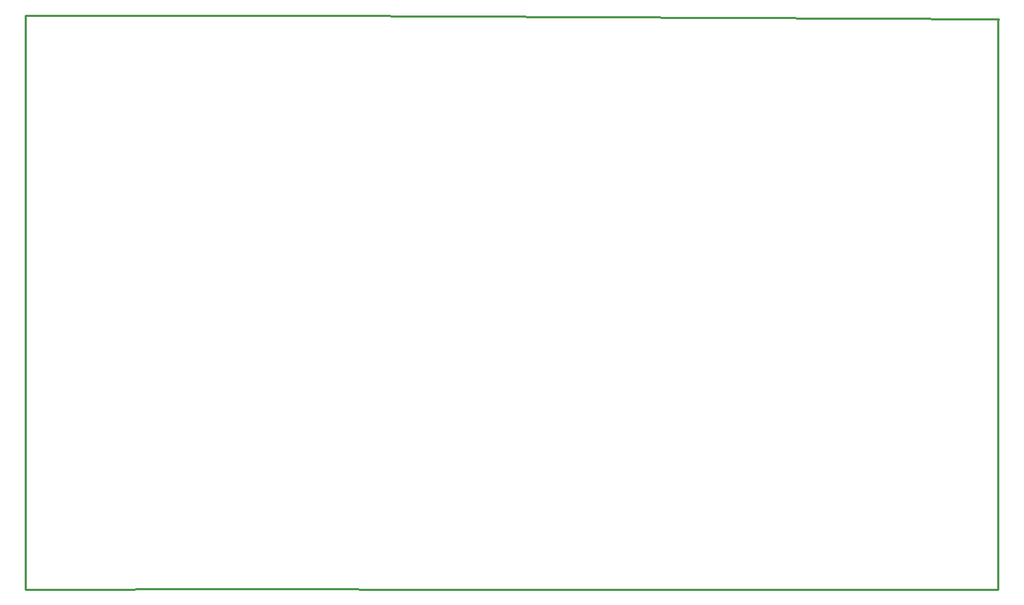
<source format=gko>
G04 Layer: BoardOutlineLayer*
G04 EasyEDA v6.5.9, 2022-08-08 08:54:15*
G04 dbf975fc70ca49248872ab73744ea534,d11c6626c55947548156d30ff75eed07,10*
G04 Gerber Generator version 0.2*
G04 Scale: 100 percent, Rotated: No, Reflected: No *
G04 Dimensions in millimeters *
G04 leading zeros omitted , absolute positions ,4 integer and 5 decimal *
%FSLAX45Y45*%
%MOMM*%

%ADD10C,0.2540*%
D10*
X11696700Y6858000D02*
G01*
X11684000Y6845300D01*
X11684000Y0D01*
X11683977Y0D01*
X11683977Y0D02*
G01*
X5422897Y-2D01*
X2628897Y12697D01*
X12700Y0D01*
X14223Y6899904D01*
X14223Y6899904D02*
G01*
X3594097Y6899904D01*
X11696672Y6857984D01*

%LPD*%
M02*

</source>
